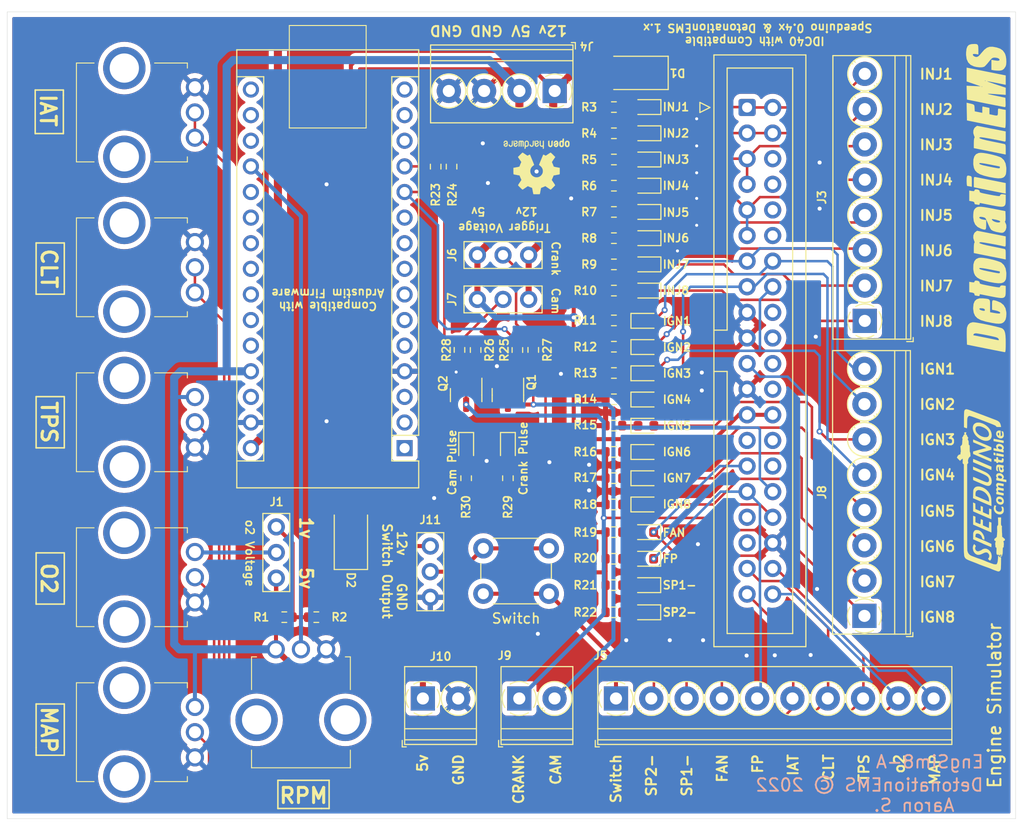
<source format=kicad_pcb>
(kicad_pcb (version 20211014) (generator pcbnew)
  (layers (0 "F.Cu" signal "Front") (31 "B.Cu" signal "Back") (34 "B.Paste" user) (35 "F.Paste" user) (36 "B.SilkS" user "B.Silkscreen") (37 "F.SilkS" user "F.Silkscreen") (38 "B.Mask" user) (39 "F.Mask" user) (44 "Edge.Cuts" user))
  (net 0 "")
  (net 1 "Net-(J1-Pad3)")
  (net 2 "o2-Voltage")
  (net 3 "+5V")
  (net 4 "INJ1")
  (net 5 "IGN2")
  (net 6 "CAM")
  (net 7 "TPS")
  (net 8 "IAT")
  (net 9 "IGN4")
  (net 10 "INJ4")
  (net 11 "INJ3")
  (net 12 "INJ2")
  (net 13 "IGN3")
  (net 14 "CRANK")
  (net 15 "o2")
  (net 16 "CLT")
  (net 17 "MAP")
  (net 18 "IGN1")
  (net 19 "MC-A0")
  (net 20 "GND")
  (net 21 "Net-(LED1-Pad2)")
  (net 22 "Net-(LED2-Pad2)")
  (net 23 "Net-(LED3-Pad2)")
  (net 24 "Net-(LED4-Pad2)")
  (net 25 "Net-(LED5-Pad2)")
  (net 26 "Net-(LED6-Pad2)")
  (net 27 "Net-(LED7-Pad2)")
  (net 28 "Net-(LED8-Pad2)")
  (net 29 "Net-(LED9-Pad1)")
  (net 30 "Net-(LED10-Pad1)")
  (net 33 "Net-(J7-Pad2)")
  (net 52 "MC-D0")
  (net 55 "FLEX")
  (net 56 "FAN")
  (net 57 "FP")
  (net 58 "TACH")
  (net 59 "CLUTCH")
  (net 60 "VVT")
  (net 61 "IDLE")
  (net 62 "IDLE2")
  (net 63 "BOOST")
  (net 64 "1B")
  (net 65 "1A")
  (net 66 "2A")
  (net 67 "2B")
  (net 68 "VR1-")
  (net 69 "VR2-")
  (net 70 "INJ8")
  (net 71 "INJ7")
  (net 72 "CAM-OUT")
  (net 73 "CRANK-OUT")
  (net 74 "SP1-")
  (net 75 "SP2-")
  (net 76 "Net-(Q1-Pad1)")
  (net 77 "Net-(Q2-Pad1)")
  (net 78 "INJ6")
  (net 79 "INJ5")
  (net 80 "IGN8")
  (net 81 "IGN7")
  (net 82 "IGN6")
  (net 83 "IGN5")
  (net 84 "Net-(LED11-Pad1)")
  (net 85 "+12V")
  (net 86 "Net-(J6-Pad2)")
  (net 87 "Net-(LED12-Pad1)")
  (net 88 "Net-(LED13-Pad1)")
  (net 89 "Net-(LED14-Pad1)")
  (net 90 "Net-(LED15-Pad1)")
  (net 91 "Net-(LED16-Pad1)")
  (net 92 "Net-(LED17-Pad2)")
  (net 93 "Net-(LED18-Pad2)")
  (net 94 "Net-(LED19-Pad2)")
  (net 95 "Net-(LED20-Pad2)")
  (net 96 "Net-(LED21-Pad2)")
  (net 97 "Net-(LED22-Pad2)")
  (net 98 "Net-(A1-Pad30)")
  (net 99 "SWITCH")
  (net 100 "SWITCH-Select")
  (net 101 "Net-(D2-Pad1)")
  (footprint "Resistor_SMD:R_0603_1608Metric" (layer "F.Cu") (at 112.395 125.857)
    (fp_text reference "R1")
    (fp_text value "470" hide)
  )
  (footprint "Resistor_SMD:R_0603_1608Metric" (layer "F.Cu") (at 115.57 125.857)
    (fp_text reference "R2")
    (fp_text value "100" hide)
  )
  (footprint "MyLibs:RV09AF4020KB10K" (layer "F.Cu") (at 103.5304 139.8016 90)
    (fp_text reference "POT1" hide)
    (fp_text value "IAT" hide)
  )
  (footprint "MyLibs:RV09AF4020KB10K" (layer "F.Cu") (at 103.5304 124.4346 90)
    (fp_text reference "POT2" hide)
    (fp_text value "CLT" hide)
  )
  (footprint "MyLibs:RV09AF4020KB10K" (layer "F.Cu") (at 103.5304 93.7006 90)
    (fp_text reference "POT3" hide)
    (fp_text value "TPS" hide)
  )
  (footprint "MyLibs:RV09AF4020KB10K" (layer "F.Cu") (at 103.5304 109.0676 90)
    (fp_text reference "POT4" hide)
    (fp_text value "MAP/SP1" hide)
  )
  (footprint "MyLibs:RV09AF4020KB10K" (layer "F.Cu") (at 103.5304 78.3444 90)
    (fp_text reference "POT5" hide)
    (fp_text value "o2" hide)
  )
  (footprint "MyLibs:RV09AF4020KB10K" (layer "F.Cu") (at 116.586 129.0424 180)
    (fp_text reference "POT6" hide)
    (fp_text value "RPM" hide)
  )
  (footprint "LED_SMD:LED_0603_1608Metric" (layer "F.Cu") (at 148.256667 75.27 180)
    (fp_text reference "LED1" hide)
    (fp_text value "INJ1")
  )
  (footprint "LED_SMD:LED_0603_1608Metric" (layer "F.Cu") (at 148.256667 77.870285 180)
    (fp_text reference "LED2" hide)
    (fp_text value "INJ2")
  )
  (footprint "LED_SMD:LED_0603_1608Metric" (layer "F.Cu") (at 148.256667 80.47057 180)
    (fp_text reference "LED3" hide)
    (fp_text value "INJ3")
  )
  (footprint "LED_SMD:LED_0603_1608Metric" (layer "F.Cu") (at 148.256667 83.070855 180)
    (fp_text reference "LED4" hide)
    (fp_text value "INJ4")
  )
  (footprint "LED_SMD:LED_0603_1608Metric" (layer "F.Cu") (at 148.256667 96.4692)
    (fp_text reference "LED9" hide)
    (fp_text value "IGN1")
  )
  (footprint "LED_SMD:LED_0603_1608Metric" (layer "F.Cu") (at 148.256667 99.070885)
    (fp_text reference "LED10" hide)
    (fp_text value "IGN2")
  )
  (footprint "LED_SMD:LED_0603_1608Metric" (layer "F.Cu") (at 148.256667 101.67257)
    (fp_text reference "LED11" hide)
    (fp_text value "IGN3")
  )
  (footprint "LED_SMD:LED_0603_1608Metric" (layer "F.Cu") (at 148.256667 104.274255)
    (fp_text reference "LED12" hide)
    (fp_text value "IGN4")
  )
  (footprint "LED_SMD:LED_0603_1608Metric" (layer "F.Cu") (at 148.2345 117.4242 180)
    (fp_text reference "LED17" hide)
    (fp_text value "FAN")
  )
  (footprint "LED_SMD:LED_0603_1608Metric" (layer "F.Cu") (at 148.2345 120.0658 180)
    (fp_text reference "LED18" hide)
    (fp_text value "FP")
  )
  (footprint "Resistor_SMD:R_0603_1608Metric" (layer "F.Cu") (at 145.081667 75.27)
    (fp_text reference "R3")
    (fp_text value "470" hide)
  )
  (footprint "Resistor_SMD:R_0603_1608Metric" (layer "F.Cu") (at 145.081667 77.870285)
    (fp_text reference "R4")
    (fp_text value "470" hide)
  )
  (footprint "Resistor_SMD:R_0603_1608Metric" (layer "F.Cu") (at 145.081667 80.47057)
    (fp_text reference "R5")
    (fp_text value "470" hide)
  )
  (footprint "Resistor_SMD:R_0603_1608Metric" (layer "F.Cu") (at 145.081667 83.070855)
    (fp_text reference "R6")
    (fp_text value "470" hide)
  )
  (footprint "Resistor_SMD:R_0603_1608Metric" (layer "F.Cu") (at 145.081667 96.4292)
    (fp_text reference "R11")
    (fp_text value "470" hide)
  )
  (footprint "Resistor_SMD:R_0603_1608Metric" (layer "F.Cu") (at 145.081667 99.0366)
    (fp_text reference "R12")
    (fp_text value "470" hide)
  )
  (footprint "Resistor_SMD:R_0603_1608Metric" (layer "F.Cu") (at 145.081667 101.644)
    (fp_text reference "R13")
    (fp_text value "470" hide)
  )
  (footprint "Resistor_SMD:R_0603_1608Metric" (layer "F.Cu") (at 145.081667 104.2514)
    (fp_text reference "R14")
    (fp_text value "470" hide)
  )
  (footprint "Resistor_SMD:R_0603_1608Metric" (layer "F.Cu") (at 145.081667 117.4242)
    (fp_text reference "R19")
    (fp_text value "470" hide)
  )
  (footprint "Resistor_SMD:R_0603_1608Metric" (layer "F.Cu") (at 145.081667 120.0658)
    (fp_text reference "R20")
    (fp_text value "470" hide)
  )
  (footprint "Module:Arduino_Nano" (layer "F.Cu") (at 124.323 109.093 180)
    (fp_text reference "A1" hide)
    (fp_text value "Arduino_Nano_v3.x" hide)
  )
  (footprint "Connector_Automotive:IDC-Header_2x20_P2.54mm_Vertical_Speeduino" (layer "F.Cu") (at 158.289667 75.311)
    (fp_text reference "J2" hide)
    (fp_text value "Conn_02x20_Counter_Clockwise" hide)
  )
  (footprint "Detonation:3-PinSwitch" (layer "F.Cu") (at 111.60125 121.983501 180)
    (fp_text reference "J1")
    (fp_text value "Conn_01x03" hide)
  )
  (footprint "Detonation-Logos:DetonationEMS-30mm" (layer "F.Cu") (at 182.000071 84.328 90)
    (fp_text reference "G1" hide)
    (fp_text value "Logo_Open_Hardware_Small" hide)
  )
  (footprint "Detonation-Logos:SpeeduinoCompatible-17mm" (layer "F.Cu") (at 181.483 113.284 90)
    (fp_text reference "G3" hide)
    (fp_text value "Logo_Open_Hardware_Small" hide)
  )
  (footprint "Symbol:OSHW-Logo2_7.3x6mm_SilkScreen" (layer "F.Cu") (at 137.414 81.153 180)
    (fp_text reference "G4" hide)
    (fp_text value "Logo_Open_Hardware_Small" hide)
  )
  (footprint "Resistor_SMD:R_0603_1608Metric" (layer "F.Cu") (at 145.081667 90.87171)
    (fp_text reference "R9")
    (fp_text value "470")
  )
  (footprint "Button_Switch_THT:SW_PUSH_6mm_H9.5mm" (layer "F.Cu") (at 138.632 123.535 180)
    (fp_text reference "SW1" hide)
    (fp_text value "Switch")
  )
  (footprint "LED_SMD:LED_0603_1608Metric" (layer "F.Cu") (at 148.2345 125.3744 180)
    (fp_text reference "LED19" hide)
    (fp_text value "SP2-")
  )
  (footprint "Resistor_SMD:R_0603_1608Metric" (layer "F.Cu") (at 145.081667 85.67114)
    (fp_text reference "R7")
    (fp_text value "470")
  )
  (footprint "TerminalBlock_Phoenix:TerminalBlock_Phoenix_PT-1,5-4-3.5-H_1x04_P3.50mm_Horizontal" (layer "F.Cu") (at 139.2096 73.6742 180)
    (fp_text reference "J4")
    (fp_text value "Conn_01x04" hide)
  )
  (footprint "Resistor_SMD:R_0603_1608Metric" (layer "F.Cu") (at 145.081667 112.0736)
    (fp_text reference "R17")
    (fp_text value "470")
  )
  (footprint "Resistor_SMD:R_0603_1608Metric" (layer "F.Cu") (at 145.081667 106.8588)
    (fp_text reference "R15")
    (fp_text value "470")
  )
  (footprint "LED_SMD:LED_0603_1608Metric" (layer "F.Cu") (at 148.256667 85.67114 180)
    (fp_text reference "LED5" hide)
    (fp_text value "INJ5")
  )
  (footprint "Resistor_SMD:R_0603_1608Metric" (layer "F.Cu") (at 137.0838 99.3526 -90)
    (fp_text reference "R27")
    (fp_text value "10k" hide)
  )
  (footprint "Detonation:3-PinSwitch" (layer "F.Cu") (at 136.6266 89.9443 -90)
    (fp_text reference "J6")
    (fp_text value "Crank Trigger Voltage" hide)
  )
  (footprint "LED_SMD:LED_0603_1608Metric" (layer "F.Cu") (at 148.2345 122.682 180)
    (fp_text reference "LED20" hide)
    (fp_text value "SP1-")
  )
  (footprint "Diode_SMD:D_SMA" (layer "F.Cu") (at 147.066 71.882 180)
    (fp_text reference "D1")
    (fp_text value "SS34")
  )
  (footprint "LED_SMD:LED_0603_1608Metric" (layer "F.Cu") (at 130.429 109.03 -90)
    (fp_text reference "LED22" hide)
    (fp_text value "Cam Pulse")
  )
  (footprint "Resistor_SMD:R_0603_1608Metric" (layer "F.Cu") (at 145.081667 109.4662)
    (fp_text reference "R16")
    (fp_text value "470")
  )
  (footprint "LED_SMD:LED_0603_1608Metric" (layer "F.Cu") (at 148.256667 106.87594)
    (fp_text reference "LED13" hide)
    (fp_text value "IGN5")
  )
  (footprint "LED_SMD:LED_0603_1608Metric" (layer "F.Cu") (at 148.256667 114.681)
    (fp_text reference "LED16" hide)
    (fp_text value locked "IGN8")
  )
  (footprint "TerminalBlock_Phoenix:TerminalBlock_Phoenix_PT-1,5-8-3.5-H_1x08_P3.50mm_Horizontal" (layer "F.Cu") (at 169.926 125.73 90)
    (fp_text reference "J8")
    (fp_text value "Conn_01x08")
  )
  (footprint "LED_SMD:LED_0603_1608Metric" (layer "F.Cu") (at 148.256667 88.271425 180)
    (fp_text reference "LED6" hide)
    (fp_text value "INJ6")
  )
  (footprint "Resistor_SMD:R_0603_1608Metric" (layer "F.Cu") (at 145.081667 88.271425)
    (fp_text reference "R8")
    (fp_text value "470")
  )
  (footprint "Resistor_SMD:R_0603_1608Metric" (layer "F.Cu") (at 145.081667 114.681)
    (fp_text reference locked "R18")
    (fp_text value "470")
  )
  (footprint "LED_SMD:LED_0603_1608Metric" (layer "F.Cu") (at 148.256667 90.87171 180)
    (fp_text reference "LED7" hide)
    (fp_text value "INJ7")
  )
  (footprint "LED_SMD:LED_0603_1608Metric" (layer "F.Cu") (at 148.256667 109.477625)
    (fp_text reference "LED14" hide)
    (fp_text value "IGN6")
  )
  (footprint "Resistor_SMD:R_0603_1608Metric" (layer "F.Cu") (at 135.509 99.36315 90)
    (fp_text reference "R25")
    (fp_text value "470" hide)
  )
  (footprint "Resistor_SMD:R_0603_1608Metric" (layer "F.Cu") (at 129.7686 99.3526 -90)
    (fp_text reference "R28")
    (fp_text value "10k" hide)
  )
  (footprint "Diode_SMD:D_SMA" (layer "F.Cu") (at 118.999 117.729 90)
    (fp_text reference "D2")
    (fp_text value "SS34")
  )
  (footprint "Resistor_SMD:R_0603_1608Metric" (layer "F.Cu") (at 145.081667 125.3744)
    (fp_text reference "R22")
    (fp_text value "470")
  )
  (footprint "Resistor_SMD:R_0603_1608Metric" (layer "F.Cu") (at 127.4064 81.1784 -90)
    (fp_text reference "R23")
    (fp_text value "10k" hide)
  )
  (footprint "Resistor_SMD:R_0603_1608Metric" (layer "F.Cu") (at 130.429 112.078 90)
    (fp_text reference "R30")
    (fp_text value "470")
  )
  (footprint "TerminalBlock_Phoenix:TerminalBlock_Phoenix_PT-1,5-8-3.5-H_1x08_P3.50mm_Horizontal" (layer "F.Cu") (at 169.959467 96.4764 90)
    (fp_text reference "J3")
    (fp_text value "Conn_01x08" hide)
  )
  (footprint "Resistor_SMD:R_0603_1608Metric" (layer "F.Cu") (at 134.5692 112.078 90)
    (fp_text reference "R29")
    (fp_text value "470")
  )
  (footprint "Detonation:3-PinSwitch" (layer "F.Cu") (at 136.6266 94.34485 -90)
    (fp_text reference "J7")
    (fp_text value "Cam Trigger Voltage" hide)
  )
  (footprint "LED_SMD:LED_0603_1608Metric" (layer "F.Cu") (at 148.256667 93.472 180)
    (fp_text reference "LED8" hide)
    (fp_text value "INJ8")
  )
  (footprint "TerminalBlock_Phoenix:TerminalBlock_Phoenix_PT-1,5-2-3.5-H_1x02_P3.50mm_Horizontal" (layer "F.Cu") (at 135.6972 133.92)
    (fp_text reference "J9")
    (fp_text value "Conn_01x04")
  )
  (footprint "Resistor_SMD:R_0603_1608Metric" (layer "F.Cu") (at 145.081667 93.472)
    (fp_text reference "R10")
    (fp_text value "470")
  )
  (footprint "LED_SMD:LED_0603_1608Metric" (layer "F.Cu") (at 148.256667 112.07931)
    (fp_text reference "LED15" hide)
    (fp_text value "IGN7")
  )
  (footprint "Resistor_SMD:R_0603_1608Metric" (layer "F.Cu") (at 145.081667 122.682)
    (fp_text reference "R21")
    (fp_text value "470")
  )
  (footprint "Package_TO_SOT_SMD:SOT-23" (layer "F.Cu") (at 130.429 103.83355 -90)
    (fp_text reference "Q2")
    (fp_text value "AO3400A" hide)
  )
  (footprint "Resistor_SMD:R_0603_1608Metric" (layer "F.Cu") (at 131.3688 99.36315 90)
    (fp_text reference "R26")
    (fp_text value "470" hide)
  )
  (footprint "Detonation:3-PinSwitch" (layer "F.Cu") (at 126.873 118.8085)
    (fp_text reference "J11")
    (fp_text value "Conn_01x03")
  )
  (footprint "Resistor_SMD:R_0603_1608Metric" (layer "F.Cu") (at 128.9812 81.1784 -90)
    (fp_text reference "R24")
    (fp_text value "10k" hide)
  )
  (footprint "TerminalBlock_Phoenix:TerminalBlock_Phoenix_PT-1,5-10-3.5-H_1x10_P3.50mm_Horizontal" (layer "F.Cu") (at 145.288 133.92)
    (fp_text reference "J5")
    (fp_text value "Conn_01x10")
  )
  (footprint "TerminalBlock_Phoenix:TerminalBlock_Phoenix_PT-1,5-2-3.5-H_1x02_P3.50mm_Horizontal" (layer "F.Cu") (at 126.139 133.92)
    (fp_text reference "J10")
    (fp_text value "Conn_01x04")
  )
  (footprint "Package_TO_SOT_SMD:SOT-23" (layer "F.Cu") (at 134.5692 103.83355 -90)
    (fp_text reference "Q1")
    (fp_text value "AO3400A" hide)
  )
  (footprint "LED_SMD:LED_0603_1608Metric" (layer "F.Cu") (at 134.5692 109.03 -90)
    (fp_text reference "LED21" hide)
    (fp_text value "Crank Pulse")
  )
  (gr_line (start 90.485233 73.5819) (end 90.485233 74.0899) (layer "F.SilkS") (width 0.1524))
  (gr_line (start 90.5764 134.9756) (end 90.5764 138.7856) (layer "F.SilkS") (width 0.1524))
  (gr_line (start 90.5764 139.5476) (end 87.7824 139.5476) (layer "F.SilkS") (width 0.1524))
  (gr_line (start 87.7824 134.4676) (end 90.5764 134.4676) (layer "F.SilkS") (width 0.1524))
  (gr_line (start 87.7824 138.7856) (end 87.7824 134.4676) (layer "F.SilkS") (width 0.1524))
  (gr_line (start 90.5764 134.4676) (end 90.5764 134.9756) (layer "F.SilkS") (width 0.1524))
  (gr_line (start 87.7824 139.5476) (end 87.7824 138.7856) (layer "F.SilkS") (width 0.1524))
  (gr_line (start 90.5764 139.5476) (end 90.5764 138.7856) (layer "F.SilkS") (width 0.1524))
  (gr_line (start 90.5764 89.2556) (end 90.5764 93.0656) (layer "F.SilkS") (width 0.1524))
  (gr_line (start 90.5764 88.7476) (end 90.5764 89.2556) (layer "F.SilkS") (width 0.1524))
  (gr_line (start 90.5764 93.8276) (end 90.5764 93.0656) (layer "F.SilkS") (width 0.1524))
  (gr_line (start 90.5764 93.8276) (end 87.7824 93.8276) (layer "F.SilkS") (width 0.1524))
  (gr_line (start 87.7824 93.8276) (end 87.7824 88.7476) (layer "F.SilkS") (width 0.1524))
  (gr_line (start 87.7824 88.7476) (end 90.5764 88.7476) (layer "F.SilkS") (width 0.1524))
  (gr_line (start 112.268 142.0368) (end 116.078 142.0368) (layer "F.SilkS") (width 0.1524))
  (gr_line (start 111.76 142.0368) (end 112.268 142.0368) (layer "F.SilkS") (width 0.1524))
  (gr_line (start 116.84 144.8308) (end 116.078 144.8308) (layer "F.SilkS") (width 0.1524))
  (gr_line (start 116.84 142.0368) (end 116.078 142.0368) (layer "F.SilkS") (width 0.1524))
  (gr_line (start 116.078 144.8308) (end 111.76 144.8308) (layer "F.SilkS") (width 0.1524))
  (gr_line (start 111.76 144.8308) (end 111.76 142.0368) (layer "F.SilkS") (width 0.1524))
  (gr_line (start 90.5764 104.4956) (end 90.5764 108.3056) (layer "F.SilkS") (width 0.1524))
  (gr_line (start 90.5764 124.5616) (end 87.7824 124.5616) (layer "F.SilkS") (width 0.1524))
  (gr_line (start 90.485233 74.0899) (end 90.485233 77.8999) (layer "F.SilkS") (width 0.1524))
  (gr_line (start 90.5764 119.4816) (end 90.5764 119.9896) (layer "F.SilkS") (width 0.1524))
  (gr_line (start 87.7824 124.5616) (end 87.7824 119.4816) (layer "F.SilkS") (width 0.1524))
  (gr_line (start 116.84 142.0368) (end 116.84 144.8308) (layer "F.SilkS") (width 0.1524))
  (gr_line (start 87.7824 119.4816) (end 90.5764 119.4816) (layer "F.SilkS") (width 0.1524))
  (gr_line (start 87.7824 103.9876) (end 90.5764 103.9876) (layer "F.SilkS") (width 0.1524))
  (gr_line (start 87.7824 109.0676) (end 87.7824 103.9876) (layer "F.SilkS") (width 0.1524))
  (gr_line (start 87.691233 77.8999) (end 87.691233 73.5819) (layer "F.SilkS") (width 0.1524))
  (gr_line (start 90.5764 109.0676) (end 90.5764 108.3056) (layer "F.SilkS") (width 0.1524))
  (gr_line (start 90.5764 109.0676) (end 87.7824 109.0676) (layer "F.SilkS") (width 0.1524))
  (gr_line (start 87.691233 73.5819) (end 90.485233 73.5819) (layer "F.SilkS") (width 0.1524))
  (gr_line (start 90.5764 124.5616) (end 90.5764 123.7996) (layer "F.SilkS") (width 0.1524))
  (gr_line (start 90.5764 119.9896) (end 90.5764 123.7996) (layer "F.SilkS") (width 0.1524))
  (gr_line (start 90.5764 103.9876) (end 90.5764 104.4956) (layer "F.SilkS") (width 0.1524))
  (gr_line (start 90.485233 77.8999) (end 87.691233 77.8999) (layer "F.SilkS") (width 0.1524))
  (gr_line (start 184.912 145.835) (end 184.912 65.835) (layer "Edge.Cuts") (width 0.0381))
  (gr_line (start 184.912 65.835) (end 84.9122 65.835) (layer "Edge.Cuts") (width 0.0381))
  (gr_line (start 84.9122 65.835) (end 84.9122 145.835) (layer "Edge.Cuts") (width 0.0381))
  (gr_line (start 84.9122 145.835) (end 184.912 145.835) (layer "Edge.Cuts") (width 0.0381))
  (gr_text "DetonationEMS © 2022 \n   Aaron S." (at 181.820381 143.51) (layer "B.SilkS") (effects (font (size 1.25 1.25) (thickness 0.18)) (justify left mirror)))
  (gr_text "EngSim8-A" (at 176.403 140.208) (layer "B.SilkS") (effects (font (size 1.25 1.25) (thickness 0.18)) (justify mirror)))
  (gr_text "IGN1" (at 177.165 101.255284) (layer "F.SilkS") (effects (font (size 1 1) (thickness 0.2))))
  (gr_text "INJ4" (at 177.045952 82.513713) (layer "F.SilkS") (effects (font (size 1 1) (thickness 0.2))))
  (gr_text "IGN4" (at 177.165 111.76) (layer "F.SilkS") (effects (font (size 1 1) (thickness 0.2))))
  (gr_text "CAM" (at 139.319 140.97 90) (layer "F.SilkS") (effects (font (size 1 1) (thickness 0.2))))
  (gr_text "o2" (at 173.397328 140.398572 90) (layer "F.SilkS") (effects (font (size 1 1) (thickness 0.2))))
  (gr_text "FP" (at 159.342664 140.398572 90) (layer "F.SilkS") (effects (font (size 1 1) (thickness 0.2))))
  (gr_text "GND GND " (at 130.048 67.691 180) (layer "F.SilkS") (effects (font (size 1 1.05) (thickness 0.2))))
  (gr_text "O2" (at 89.0524 122.0216 270) (layer "F.SilkS") (effects (font (size 1.5 1.5) (thickness 0.3))))
  (gr_text "RPM" (at 114.3 143.5608) (layer "F.SilkS") (effects (font (size 1.5 1.5) (thickness 0.3))))
  (gr_text "CLT" (at 166.369996 140.755715 90) (layer "F.SilkS") (effects (font (size 1 1) (thickness 0.2))))
  (gr_text "IAT" (at 162.85633 140.517619 90) (layer "F.SilkS") (effects (font (size 1 1) (thickness 0.2))))
  (gr_text "SP2-" (at 148.801666 141.541429 90) (layer "F.SilkS") (effects (font (size 1 1) (thickness 0.2))))
  (gr_text "INJ1" (at 177.045952 72.009) (layer "F.SilkS") (effects (font (size 1 1) (thickness 0.2))))
  (gr_text "IGN7" (at 177.165 122.355426) (layer "F.SilkS") (effects (font (size 1 1) (thickness 0.2))))
  (gr_text "12v     5v" (at 134.2136 85.6263 180) (layer "F.SilkS") (effects (font (size 0.8 0.8) (thickness 0.16))))
  (gr_text "IGN5" (at 177.165 115.352284) (layer "F.SilkS") (effects (font (size 1 1) (thickness 0.2))))
  (gr_text "TPS" (at 169.883662 140.827143 90) (layer "F.SilkS") (effects (font (size 1 1) (thickness 0.2))))
  (gr_text "INJ2" (at 177.045952 75.510571) (layer "F.SilkS") (effects (font (size 1 1) (thickness 0.2))))
  (gr_text "SP1-" (at 152.315332 141.541429 90) (layer "F.SilkS") (effects (font (size 1 1) (thickness 0.2))))
  (gr_text "12v 5V" (at 137.668 67.691 180) (layer "F.SilkS") (effects (font (size 1 1.05) (thickness 0.2))))
  (gr_text "Switch" (at 145.288 141.874762 90) (layer "F.SilkS") (effects (font (size 1 1) (thickness 0.2))))
  (gr_text "INJ5" (at 177.045952 86.015287) (layer "F.SilkS") (effects (font (size 1 1) (thickness 0.2))))
  (gr_text "TPS" (at 89.0524 106.5276 270) (layer "F.SilkS") (effects (font (size 1.5 1.5) (thickness 0.3))))
  (gr_text "IGN3" (at 177.165 108.258426) (layer "F.SilkS") (effects (font (size 1 1) (thickness 0.2))))
  (gr_text "IDC40 with Compatible\nSpeeduino 0.4x & DetonationEMS 1.x " (at 159.042167 68.072 180) (layer "F.SilkS") (effects (font (size 0.8 0.8) (thickness 0.16))))
  (gr_text "CRANK" (at 135.636 141.922381 90) (layer "F.SilkS") (effects (font (size 1 1) (thickness 0.2))))
  (gr_text "5v" (at 126.111 140.327143 90) (layer "F.SilkS") (effects (font (size 1 1) (thickness 0.2))))
  (gr_text "GND" (at 129.667 140.99381 90) (layer "F.SilkS") (effects (font (size 1 1) (thickness 0.2))))
  (gr_text "MAP" (at 176.911 140.97 90) (layer "F.SilkS") (effects (font (size 1 1) (thickness 0.2))))
  (gr_text "1v   5v" (at 114.554 119.507 270) (layer "F.SilkS") (effects (font (size 1.25 1.25) (thickness 0.25))))
  (gr_text "CLT" (at 89.0524 91.2876 270) (layer "F.SilkS") (effects (font (size 1.5 1.5) (thickness 0.3))))
  (gr_text "Trigger Voltage" (at 134.2136 87.249 180) (layer "F.SilkS") (effects (font (size 0.8 0.8) (thickness 0.16))))
  (gr_text "INJ8" (at 177.045952 96.52) (layer "F.SilkS") (effects (font (size 1 1) (thickness 0.2))))
  (gr_text "Engine Simulator" (at 182.830885 134.62 90) (layer "F.SilkS") (effects (font (size 1.27 1.27) (thickness 0.2))))
  (gr_text "o2 Voltage" (at 108.966 119.507 270) (layer "F.SilkS") (effects (font (size 0.8128 0.8128) (thickness 0.1524))))
  (gr_text "IGN2" (at 177.165 104.756855) (layer "F.SilkS") (effects (font (size 1 1) (thickness 0.2))))
  (gr_text "Compatible with\nArdustim Firmware" (at 116.713 94.361 180) (layer "F.SilkS") (effects (font (size 0.8 0.8) (thickness 0.16))))
  (gr_text "IAT" (at 88.961233 75.6139 270) (layer "F.SilkS") (effects (font (size 1.5 1.5) (thickness 0.3))))
  (gr_text "INJ3" (at 177.045952 79.012142) (layer "F.SilkS") (effects (font (size 1 1) (thickness 0.2))))
  (gr_text "IGN8" (at 177.165 125.857) (layer "F.SilkS") (effects (font (size 1 1) (thickness 0.2))))
  (gr_text "INJ6" (at 177.045952 89.516858) (layer "F.SilkS") (effects (font (size 1 1) (thickness 0.2))))
  (gr_text "12v    GND\nSwitch Output" (at 123.317 121.285 270) (layer "F.SilkS") (effects (font (size 0.9 0.9) (thickness 0.18))))
  (gr_text "MAP" (at 89.0524 137.0076 270) (layer "F.SilkS") (effects (font (size 1.5 1.5) (thickness 0.3))))
  (gr_text "INJ7" (at 177.045952 93.018429) (layer "F.SilkS") (effects (font (size 1 1) (thickness 0.2))))
  (gr_text "FAN" (at 155.828998 140.850953 90) (layer "F.SilkS") (effects (font (size 1 1) (thickness 0.2))))
  (gr_text "Crank  Cam" (at 139.319 92.202 270) (layer "F.SilkS") (effects (font (size 0.8 0.8) (thickness 0.16))))
  (gr_text "IGN6" (at 177.165 118.853855) (layer "F.SilkS") (effects (font (size 1 1) (thickness 0.2))))
  (segment (start 113.22 125.857) (end 114.745 125.857) (width 0.4) (layer "F.Cu") (net 1))
  (segment (start 113.22 118.522251) (end 111.60125 116.903501) (width 0.4) (layer "F.Cu") (net 1))
  (segment (start 113.22 125.857) (end 113.22 118.522251) (width 0.4) (layer "F.Cu") (net 1))
  (segment (start 111.60125 119.443501) (end 103.579301 119.443501) (width 0.4) (layer "B.Cu") (net 2))
  (segment (start 103.579301 119.443501) (end 103.5304 119.3946) (width 0.4) (layer "B.Cu") (net 2))
  (segment (start 131.445 121.412) (end 129.667 123.19) (width 0.4) (layer "F.Cu") (net 3))
  (segment (start 144.256667 120.0658) (end 144.256667 117.4242) (width 0.4) (layer "F.Cu") (net 3))
  (segment (start 135.7096 73.6742) (end 135.7096 80.3174) (width 0.8) (layer "F.Cu") (net 3))
  (segment (start 111.57 123.254) (end 111.60125 123.22275) (width 0.4) (layer "F.Cu") (net 3))
  (segment (start 144.256667 83.058) (end 144.256667 85.67114) (width 0.4) (layer "F.Cu") (net 3))
  (segment (start 135.6736 80.3534) (end 135.7096 80.3174) (width 0.25) (layer "F.Cu") (net 3))
  (segment (start 126.139 131.6) (end 125.603 131.064) (width 0.6) (layer "F.Cu") (net 3))
  (segment (start 125.349 130.81) (end 113.3136 130.81) (width 0.6) (layer "F.Cu") (net 3))
  (segment (start 141.097 112.903) (end 141.097 96.139) (width 0.4) (layer "F.Cu") (net 3))
  (segment (start 157.48 105.791) (end 155.067 108.204) (width 0.4) (layer "F.Cu") (net 3))
  (segment (start 141.097 117.094) (end 141.097 112.903) (width 0.4) (layer "F.Cu") (net 3))
  (segment (start 131.5466 89.9443) (end 131.5466 94.34485) (width 0.6) (layer "F.Cu") (net 3))
  (segment (start 134.5692 112.903) (end 141.097 112.903) (width 0.4) (layer "F.Cu") (net 3))
  (segment (start 125.603 131.064) (end 125.349 130.81) (width 0.6) (layer "F.Cu") (net 3))
  (segment (start 144.256667 75.27) (end 144.256667 77.866) (width 0.4) (layer "F.Cu") (net 3))
  (segment (start 144.256667 77.866) (end 144.256667 80.462) (width 0.4) (layer "F.Cu") (net 3))
  (segment (start 130.429 112.903) (end 134.5692 112.903) (width 0.4) (layer "F.Cu") (net 3))
  (segment (start 144.256667 83.058) (end 144.256667 80.462) (width 0.4) (layer "F.Cu") (net 3))
  (segment (start 158.289667 105.791) (end 157.48 105.791) (width 0.4) (layer "F.Cu") (net 3))
  (segment (start 141.478 93.472) (end 144.256667 93.472) (width 0.4) (layer "F.Cu") (net 3))
  (segment (start 144.256667 121.300333) (end 144.256667 120.0658) (width 0.4) (layer "F.Cu") (net 3))
  (segment (start 126.139 131.5085) (end 126.139 131.6) (width 0.4) (layer "F.Cu") (net 3))
  (segment (start 129.667 123.19) (end 129.667 127.9805) (width 0.4) (layer "F.Cu") (net 3))
  (segment (start 144.145 121.412) (end 131.445 121.412) (width 0.4) (layer "F.Cu") (net 3))
  (segment (start 128.9812 80.3534) (end 135.6736 80.3534) (width 0.25) (layer "F.Cu") (net 3))
  (segment (start 111.57 122.014751) (end 111.60125 121.983501) (width 0.4) (layer "F.Cu") (net 3))
  (segment (start 144.256667 90.87171) (end 144.256667 93.472) (width 0.4) (layer "F.Cu") (net 3))
  (segment (start 144.256667 88.271425) (end 144.256667 90.87171) (width 0.4) (layer "F.Cu") (net 3))
  (segment (start 111.60125 123.22275) (end 111.60125 121.983501) (width 0.4) (layer "F.Cu") (net 3))
  (segment (start 111.57 123.254) (end 111.57 122.649751) (width 0.4) (layer "F.Cu") (net 3))
  (segment (start 158.289667 105.791) (end 160.829667 105.791) (width 0.4) (layer "F.Cu") (net 3))
  (segment (start 135.7096 80.3174) (end 135.7096 85.7813) (width 0.8) (layer "F.Cu") (net 3))
  (segment (start 144.256667 122.682) (end 144.256667 121.300333) (width 0.4) (layer "F.Cu") (net 3))
  (segment (start 144.256667 125.3744) (end 144.256667 122.682) (width 0.4) (layer "F.Cu") (net 3))
  (segment (start 144.256667 85.67114) (end 144.256667 88.271425) (width 0.4) (layer "F.Cu") (net 3))
  (segment (start 141.097 96.139) (end 141.097 93.853) (width 0.4) (layer "F.Cu") (net 3))
  (segment (start 155.067 108.204) (end 141.224 108.204) (width 0.4) (layer "F.Cu") (net 3))
  (segment (start 127.4064 80.3534) (end 128.9812 80.3534) (width 0.25) (layer "F.Cu") (net 3))
  (segment (start 135.7096 85.7813) (end 131.5466 89.9443) (width 0.8) (layer "F.Cu") (net 3))
  (segment (start 111.57 125.857) (end 111.57 123.254) (width 0.4) (layer "F.Cu") (net 3))
  (segment (start 141.4272 117.4242) (end 141.097 117.094) (width 0.4) (layer "F.Cu") (net 3))
  (segment (start 141.097 93.853) (end 141.478 93.472) (width 0.4) (layer "F.Cu") (net 3))
  (segment (start 144.256667 117.4242) (end 141.4272 117.4242) (width 0.4) (layer "F.Cu") (net 3))
  (segment (start 144.2466 125.3744) (end 144.256667 125.3744) (width 0.6) (layer "F.Cu") (net 3))
  (segment (start 113.3136 130.81) (end 111.546 129.0424) (width 0.6) (layer "F.Cu") (net 3))
  (segment (start 129.667 127.9805) (end 126.139 131.5085) (width 0.4) (layer "F.Cu") (net 3))
  (segment (start 144.256667 121.300333) (end 144.145 121.412) (width 0.4) (layer "F.Cu") (net 3))
  (segment (start 111.57 129.0184) (end 111.546 129.0424) (width 0.4) (layer "F.Cu") (net 3))
  (segment (start 126.139 133.92) (end 126.139 131.6) (width 0.6) (layer "F.Cu") (net 3))
  (segment (start 111.57 125.857) (end 111.57 129.0184) (width 0.4) (layer "F.Cu") (net 3))
  (via (at 141.097 96.139) (size 0.9) (drill 0.4) (layers "F.Cu" "B.Cu") (net 3))
  (segment (start 101.473 102.108) (end 101.473 104.013) (width 0.8) (layer "B.Cu") (net 3))
  (segment (start 106.68 71.247) (end 106.68 101.473) (width 0.8) (layer "B.Cu") (net 3))
  (segment (start 101.9914 129.0424) (end 111.546 129.0424) (width 0.8) (layer "B.Cu") (net 3))
  (segment (start 131.5466 94.34485) (end 133.34075 96.139) (width 0.6) (layer "B.Cu") (net 3))
  (segment (start 103.5304 104.0276) (end 101.4876 104.0276) (width 0.4) (layer "B.Cu") (net 3))
  (segment (start 132.715 70.612) (end 107.315 70.612) (width 0.8) (layer "B.Cu") (net 3))
  (segment (start 103.5304 129.0424) (end 103.5304 134.7216) (width 0.4) (layer "B.Cu") (net 3))
  (segment (start 101.4876 104.0276) (end 101.473 104.013) (width 0.4) (layer "B.Cu") (net 3))
  (segment (start 135.7096 73.6742) (end 135.7096 73.6066) (width 0.8) (layer "B.Cu") (net 3))
  (segment (start 101.473 104.013) (end 101.473 128.524) (width 0.8) (layer "B.Cu") (net 3))
  (segment (start 101.473 128.524) (end 101.9914 129.0424) (width 0.8) (layer "B.Cu") (net 3))
  (segment (start 106.68 101.473) (end 102.108 101.473) (width 0.8) (layer "B.Cu") (net 3))
  (segment (start 135.7096 73.6066) (end 132.715 70.612) (width 0.8) (layer "B.Cu") (net 3))
  (segment (start 133.34075 96.139) (end 141.097 96.139) (width 0.6) (layer "B.Cu") (net 3))
  (segment (start 106.68 101.473) (end 109.083 101.473) (width 0.8) (layer "B.Cu") (net 3))
  (segment (start 107.315 70.612) (end 106.68 71.247) (width 0.8) (layer "B.Cu") (net 3))
  (segment (start 102.108 101.473) (end 101.473 102.108) (width 0.8) (layer "B.Cu") (net 3))
  (segment (start 166.624867 75.311) (end 169.959467 71.9764) (width 0.25) (layer "F.Cu") (net 4))
  (segment (start 160.829667 75.311) (end 158.289667 75.311) (width 0.25) (layer "F.Cu") (net 4))
  (segment (start 149.044167 75.27) (end 158.248667 75.27) (width 0.25) (layer "F.Cu") (net 4))
  (segment (start 160.829667 75.311) (end 166.624867 75.311) (width 0.25) (layer "F.Cu") (net 4))
  (segment (start 150.3172 97.797852) (end 149.044167 99.070885) (width 0.25) (layer "F.Cu") (net 5))
  (segment (start 150.3172 97.79) (end 150.3172 97.797852) (width 0.25) (layer "F.Cu") (net 5))
  (via (at 150.3172 97.79) (size 0.6) (drill 0.3) (layers "F.Cu" "B.Cu") (net 5))
  (segment (start 166.759 91.067) (end 166.759 101.563) (width 0.25) (layer "B.Cu") (net 5))
  (segment (start 159.534267 91.8464) (end 160.829667 90.551) (width 0.25) (layer "B.Cu") (net 5))
  (segment (start 166.759 101.563) (end 169.926 104.73) (width 0.25) (layer "B.Cu") (net 5))
  (segment (start 150.3172 97.79) (end 150.9776 97.1296) (width 0.25) (layer "B.Cu") (net 5))
  (segment (start 166.243 90.551) (end 166.759 91.067) (width 0.25) (layer "B.Cu") (net 5))
  (segment (start 150.9776 93.1672) (end 152.2984 91.8464) (width 0.25) (layer "B.Cu") (net 5))
  (segment (start 160.829667 90.551) (end 166.243 90.551) (width 0.25) (layer "B.Cu") (net 5))
  (segment (start 150.9776 97.1296) (end 150.9776 93.1672) (width 0.25) (layer "B.Cu") (net 5))
  (segment (start 152.2984 91.8464) (end 159.534267 91.8464) (width 0.25) (layer "B.Cu") (net 5))
  (segment (start 128.1308 81.153) (end 128.9812 82.0034) (width 0.25) (layer "F.Cu") (net 6))
  (segment (start 131.3688 98.53815) (end 130.54215 99.3648) (width 0.25) (layer "F.Cu") (net 6))
  (segment (start 128.27 98.933) (end 128.27 82.7146) (width 0.25) (layer "F.Cu") (net 6))
  (segment (start 128.27 82.7146) (end 128.9812 82.0034) (width 0.25) (layer "F.Cu") (net 6))
  (segment (start 130.54215 99.3648) (end 128.3208 99.3648) (width 0.25) (layer "F.Cu") (net 6))
  (segment (start 128.27 98.933) (end 128.27 99.314) (width 0.25) (layer "F.Cu") (net 6))
  (segment (start 130.3405 108.331) (end 130.429 108.2425) (width 0.25) (layer "F.Cu") (net 6))
  (segment (start 128.524 108.331) (end 130.3405 108.331) (width 0.25) (layer "F.Cu") (net 6))
  (segment (start 128.1308 81.153) (end 124.323 81.153) (width 0.25) (layer "F.Cu") (net 6))
  (segment (start 128.27 108.077) (end 128.524 108.331) (width 0.25) (layer "F.Cu") (net 6))
  (segment (start 128.3208 99.3648) (end 128.27 99.314) (width 0.25) (layer "F.Cu") (net 6))
  (segment (start 128.27 99.314) (end 128.27 108.077) (width 0.25) (layer "F.Cu") (net 6))
  (segment (start 169.8244 133.92) (end 160.1234 143.621) (width 0.25) (layer "F.Cu") (net 7))
  (segment (start 107.027787 143.621) (end 105.934 142.527213) (width 0.25) (layer "F.Cu") (net 7))
  (segment (start 105.934 108.9312) (end 103.5304 106.5276) (width 0.25) (layer "F.Cu") (net 7))
  (segment (start 161.163 121.031) (end 169.8244 129.6924) (width 0.25) (layer "F.Cu") (net 7))
  (segment (start 105.934 142.527213) (end 105.934 108.9312) (width 0.25) (layer "F.Cu") (net 7))
  (segment (start 160.1234 143.621) (end 107.027787 143.621) (width 0.25) (layer "F.Cu") (net 7))
  (segment (start 169.8244 129.6924) (end 169.8244 133.92) (width 0.25) (layer "F.Cu") (net 7))
  (segment (start 103.5304 75.8044) (end 103.5304 78.3044) (width 0.25) (layer "F.Cu") (net 8))
  (segment (start 106.934 142.113) (end 106.934 81.28) (width 0.25) (layer "F.Cu") (net 8))
  (segment (start 162.8244 134.8636) (end 155.067 142.621) (width 0.25) (layer "F.Cu") (net 8))
  (segment (start 107.442 142.621) (end 106.934 142.113) (width 0.25) (layer "F.Cu") (net 8))
  (segment (start 155.067 142.621) (end 107.442 142.621) (width 0.25) (layer "F.Cu") (net 8))
  (segment (start 162.8648 128.146133) (end 162.8648 133.8796) (width 0.25) (layer "F.Cu") (net 8))
  (segment (start 158.289667 123.571) (end 162.8648 128.146133) (width 0.25) (layer "F.Cu") (net 8))
  (segment (start 106.934 81.28) (end 103.9584 78.3044) (width 0.25) (layer "F.Cu") (net 8))
  (segment (start 151.9428 97.536) (end 151.9428 101.375622) (width 0.25) (layer "F.Cu") (net 9))
  (segment (start 151.9428 101.375622) (end 149.044167 104.274255) (width 0.25) (layer "F.Cu") (net 9))
  (via (at 151.9428 97.536) (size 0.6) (drill 0.3) (layers "F.Cu" "B.Cu") (net 9))
  (segment (start 152.6794 93.091) (end 151.9428 93.8276) (width 0.25) (layer "B.Cu") (net 9))
  (segment (start 151.9428 93.8276) (end 151.9428 97.536) (width 0.25) (layer "B.Cu") (net 9))
  (segment (start 165.862 91.821) (end 166.259 92.218) (width 0.25) (layer "B.Cu") (net 9))
  (segment (start 160.266774 91.821) (end 165.862 91.821) (width 0.25) (layer "B.Cu") (net 9))
  (segment (start 158.996774 93.091) (end 160.266774 91.821) (width 0.25) (layer "B.Cu") (net 9))
  (segment (start 166.259 108.205) (end 169.784 111.73) (width 0.25) (layer "B.Cu") (net 9))
  (segment (start 166.259 92.218) (end 166.259 108.205) (width 0.25) (layer "B.Cu") (net 9))
  (segment (start 158.289667 93.091) (end 152.6794 93.091) (width 0.25) (layer "B.Cu") (net 9))
  (segment (start 158.289667 85.471) (end 159.559667 84.201) (width 0.25) (layer "F.Cu") (net 10))
  (segment (start 149.044167 83.058) (end 155.876667 83.058) (width 0.25) (layer "F.Cu") (net 10))
  (segment (start 163.722667 82.4764) (end 161.998067 84.201) (width 0.25) (layer "F.Cu") (net 10))
  (segment (start 161.998067 84.201) (end 159.559667 84.201) (width 0.25) (layer "F.Cu") (net 10))
  (segment (start 169.959467 82.4764) (end 163.722667 82.4764) (width 0.25) (layer "F.Cu") (net 10))
  (segment (start 155.876667 83.058) (end 158.289667 85.471) (width 0.25) (layer "F.Cu") (net 10))
  (segment (start 158.289667 85.471) (end 158.289667 88.011) (width 0.25) (layer "B.Cu") (net 10))
  (segment (start 149.044167 80.462) (end 149.115167 80.391) (width 0.25) (layer "F.Cu") (net 11))
  (segment (start 158.289667 80.391) (end 158.289667 82.931) (width 0.25) (layer "F.Cu") (net 11))
  (segment (start 169.789467 79.1464) (end 159.534267 79.1464) (width 0.25) (layer "F.Cu") (net 11))
  (segment (start 159.534267 79.1464) (end 158.289667 80.391) (width 0.25) (layer "F.Cu") (net 11))
  (segment (start 149.115167 80.391) (end 158.289667 80.391) (width 0.25) (layer "F.Cu") (net 11))
  (segment (start 149.059167 77.851) (end 158.289667 77.851) (width 0.25) (layer "F.Cu") (net 12))
  (segment (start 167.584867 77.851) (end 160.829667 77.851) (width 0.25) (layer "F.Cu") (net 12))
  (segment (start 169.959467 75.4764) (end 167.584867 77.851) (width 0.25) (layer "F.Cu") (net 12))
  (segment (start 149.044167 77.866) (end 149.059167 77.851) (width 0.25) (layer "F.Cu") (net 12))
  (segment (start 160.829667 77.851) (end 158.289667 77.851) (width 0.25) (layer "F.Cu") (net 12))
  (segment (start 150.368 100.33) (end 149.044167 101.653833) (width 0.25) (layer "F.Cu") (net 13))
  (segment (start 165.481 107.442) (end 166.269 108.23) (width 0.25) (layer "F.Cu") (net 13))
  (segment (start 166.269 108.23) (end 169.926 108.23) (width 0.25) (layer "F.Cu") (net 13))
  (via (at 150.368 100.33) (size 0.6) (drill 0.3) (layers "F.Cu" "B.Cu") (net 13))
  (via (at 165.481 107.442) (size 0.6) (drill 0.3) (layers "F.Cu" "B.Cu") (net 13))
  (segment (start 151.4348 100.33) (end 150.368 100.33) (width 0.25) (layer "B.Cu") (net 13))
  (segment (start 164.973 99.441) (end 159.639 99.441) (width 0.25) (layer "B.Cu") (net 13))
  (segment (start 160.829667 93.091) (end 159.5628 94.357867) (width 0.25) (layer "B.Cu") (net 13))
  (segment (start 159.512 99.441) (end 159.639 99.441) (width 0.25) (layer "B.Cu") (net 13))
  (segment (start 159.5628 99.3902) (end 159.512 99.441) (width 0.25) (layer "B.Cu") (net 13))
  (segment (start 159.639 99.441) (end 152.3238 99.441) (width 0.25) (layer "B.Cu") (net 13))
  (segment (start 152.3238 99.441) (end 151.4348 100.33) (width 0.25) (layer "B.Cu") (net 13))
  (segment (start 165.481 99.949) (end 164.973 99.441) (width 0.25) (layer "B.Cu") (net 13))
  (segment (start 159.5628 94.357867) (end 159.5628 99.3902) (width 0.25) (layer "B.Cu") (net 13))
  (segment (start 165.481 107.442) (end 165.481 99.949) (width 0.25) (layer "B.Cu") (net 13))
  (segment (start 136.33565 99.3648) (end 138.0998 99.3648) (width 0.25) (layer "F.Cu") (net 14))
  (segment (start 138.0998 99.3648) (end 138.303 99.568) (width 0.25) (layer "F.Cu") (net 14))
  (segment (start 138.303 107.95) (end 138.0105 108.2425) (width 0.25) (layer "F.Cu") (net 14))
  (segment (start 138.303 99.568) (end 138.303 107.95) (width 0.25) (layer "F.Cu") (net 14))
  (segment (start 127.4064 82.0034) (end 125.7168 83.693) (width 0.25) (layer "F.Cu") (net 14))
  (segment (start 138.0105 108.2425) (end 134.5692 108.2425) (width 0.25) (layer "F.Cu") (net 14))
  (segment (start 125.7168 83.693) (end 124.323 83.693) (width 0.25) (layer "F.Cu") (net 14))
  (segment (start 135.509 98.53815) (end 136.33565 99.3648) (width 0.25) (layer "F.Cu") (net 14))
  (segment (start 135.49515 98.53815) (end 135.509 98.53815) (width 0.25) (layer "F.Cu") (net 14))
  (segment (start 134.239 97.282) (end 135.49515 98.53815) (width 0.25) (layer "F.Cu") (net 14))
  (via (at 134.239 97.282) (size 0.6) (drill 0.3) (layers "F.Cu" "B.Cu") (net 14))
  (segment (start 128.524 97.282) (end 127.635 96.393) (width 0.25) (layer "B.Cu") (net 14))
  (segment (start 127.635 96.393) (end 127.635 86.995) (width 0.25) (layer "B.Cu") (net 14))
  (segment (start 134.239 97.282) (end 128.524 97.282) (width 0.25) (layer "B.Cu") (net 14))
  (segment (start 124.333 83.693) (end 124.323 83.693) (width 0.25) (layer "B.Cu") (net 14))
  (segment (start 127.635 86.995) (end 124.333 83.693) (width 0.25) (layer "B.Cu") (net 14))
  (segment (start 106.820681 144.121) (end 105.434 142.734319) (width 0.25) (layer "F.Cu") (net 15))
  (segment (start 173.3244 133.92) (end 163.1234 144.121) (width 0.25) (layer "F.Cu") (net 15))
  (segment (start 105.434 142.734319) (end 105.434 123.7982) (width 0.25) (layer "F.Cu") (net 15))
  (segment (start 163.1234 144.121) (end 106.820681 144.121) (width 0.25) (layer "F.Cu") (net 15))
  (segment (start 105.434 123.7982) (end 103.5304 121.8946) (width 0.25) (layer "F.Cu") (net 15))
  (segment (start 162.9918 123.571) (end 173.3244 133.9036) (width 0.25) (layer "B.Cu") (net 15))
  (segment (start 160.829667 123.571) (end 162.9918 123.571) (width 0.25) (layer "B.Cu") (net 15))
  (segment (start 103.5304 93.6606) (end 103.5304 91.1606) (width 0.25) (layer "F.Cu") (net 16))
  (segment (start 107.234894 143.121) (end 157.1234 143.121) (width 0.25) (layer "F.Cu") (net 16))
  (segment (start 106.434 142.320106) (end 107.234894 143.121) (width 0.25) (layer "F.Cu") (net 16))
  (segment (start 166.3244 133.92) (end 166.3244 126.899506) (width 0.25) (layer "F.Cu") (net 16))
  (segment (start 161.700494 122.2756) (end 159.534267 122.2756) (width 0.25) (layer "F.Cu") (net 16))
  (segment (start 166.3244 126.899506) (end 161.700494 122.2756) (width 0.25) (layer "F.Cu") (net 16))
  (segment (start 106.434 96.5642) (end 106.434 142.320106) (width 0.25) (layer "F.Cu") (net 16))
  (segment (start 157.1234 143.121) (end 166.3244 133.92) (width 0.25) (layer "F.Cu") (net 16))
  (segment (start 103.5304 93.6606) (end 106.434 96.5642) (width 0.25) (layer "F.Cu") (net 16))
  (segment (start 159.534267 122.2756) (end 158.289667 121.031) (width 0.25) (layer "F.Cu") (net 16))
  (segment (start 106.613575 144.621) (end 166.1234 144.621) (width 0.25) (layer "F.Cu") (net 17))
  (segment (start 104.934 138.6652) (end 104.934 142.941425) (width 0.25) (layer "F.Cu") (net 17))
  (segment (start 166.1234 144.621) (end 176.8244 133.92) (width 0.25) (layer "F.Cu") (net 17))
  (segment (start 103.5304 137.2616) (end 104.934 138.6652) (width 0.25) (layer "F.Cu") (net 17))
  (segment (start 104.934 142.941425) (end 106.613575 144.621) (width 0.25) (layer "F.Cu") (net 17))
  (segment (start 164.1856 124.0536) (end 171.2976 131.1656) (width 0.25) (layer "B.Cu") (net 17))
  (segment (start 171.2976 131.1656) (end 174.07 131.1656) (width 0.25) (layer "B.Cu") (net 17))
  (segment (start 162.306 102.0064) (end 164.1856 103.886) (width 0.25) (layer "B.Cu") (net 17))
  (segment (start 158.289667 100.711) (end 159.585067 102.0064) (width 0.25) (layer "B.Cu") (net 17))
  (segment (start 164.1856 103.886) (end 164.1856 124.0536) (width 0.25) (layer "B.Cu") (net 17))
  (segment (start 159.585067 102.0064) (end 162.306 102.0064) (width 0.25) (layer "B.Cu") (net 17))
  (segment (start 174.07 131.1656) (end 176.8244 133.92) (width 0.25) (layer "B.Cu") (net 17))
  (segment (start 150.114 95.4024) (end 149.0472 96.4692) (width 0.25) (layer "F.Cu") (net 18))
  (via (at 150.114 95.4024) (size 0.6) (drill 0.3) (layers "F.Cu" "B.Cu") (net 18))
  (segment (start 150.1648 92.964) (end 152.5778 90.551) (width 0.25) (layer "B.Cu") (net 18))
  (segment (start 167.259 99.568) (end 168.921 101.23) (width 0.25) (layer "B.Cu") (net 18))
  (segment (start 167.259 89.916) (end 167.259 99.568) (width 0.25) (layer "B.Cu") (net 18))
  (segment (start 152.5778 90.551) (end 158.289667 90.551) (width 0.25) (layer "B.Cu") (net 18))
  (segment (start 166.624 89.281) (end 167.259 89.916) (width 0.25) (layer "B.Cu") (net 18))
  (segment (start 150.114 95.4024) (end 150.1648 95.3516) (width 0.25) (layer "B.Cu") (net 18))
  (segment (start 150.1648 95.3516) (end 150.1648 92.964) (width 0.25) (layer "B.Cu") (net 18))
  (segment (start 158.289667 90.551) (end 159.559667 89.281) (width 0.25) (layer "B.Cu") (net 18))
  (segment (start 159.559667 89.281) (end 166.624 89.281) (width 0.25) (layer "B.Cu") (net 18))
  (segment (start 114.046 129.0424) (end 114.046 86.116) (width 0.4) (layer "B.Cu") (net 19))
  (segment (start 114.046 86.116) (end 109.083 81.153) (width 0.4) (layer "B.Cu") (net 19))
  (segment (start 156.718 117.221) (end 159.559667 117.221) (width 0.25) (layer "F.Cu") (net 20))
  (segment (start 160.829667 118.491) (end 159.559667 119.761) (width 0.25) (layer "F.Cu") (net 20))
  (segment (start 156.718 119.761) (end 159.559667 119.761) (width 0.25) (layer "F.Cu") (net 20))
  (segment (start 160.829667 118.491) (end 159.559667 117.221) (width 0.25) (layer "F.Cu") (net 20))
  (via (at 129.4384 101.5492) (size 0.6) (drill 0.3) (layers "F.Cu" "B.Cu") (net 20))
  (via (at 153.416 118.618) (size 0.9) (drill 0.4) (layers "F.Cu" "B.Cu") (net 20))
  (via (at 153.797 103.378) (size 0.9) (drill 0.4) (layers "F.Cu" "B.Cu") (net 20))
  (via (at 137.541 127.508) (size 0.9) (drill 0.4) (layers "F.Cu" "B.Cu") (net 20))
  (via (at 153.797 101.6) (size 0.9) (drill 0.4) (layers "F.Cu" "B.Cu") (net 20))
  (via (at 153.924 128.143) (size 0.9) (drill 0.4) (layers "F.Cu" "B.Cu") (net 20))
  (via (at 132.08 78.867) (size 0.9) (drill 0.4) (layers "F.Cu" "B.Cu") (net 20))
  (via (at 127.254 114.046) (size 0.9) (drill 0.4) (layers "F.Cu" "B.Cu") (net 20))
  (via (at 140.843 84.328) (size 0.9) (drill 0.4) (layers "F.Cu" "B.Cu") (net 20))
  (via (at 153.289 79.121) (size 0.6) (drill 0.3) (layers "F.Cu" "B.Cu") (net 20))
  (via (at 165.227 123.063) (size 0.9) (drill 0.4) (layers "F.Cu" "B.Cu") (net 20))
  (via (at 137.414 81.661) (size 0.9) (drill 0.4) (layers "F.Cu" "B.Cu") (net 20))
  (via (at 150.622 128.143) (size 0.9) (drill 0.4) (layers "F.Cu" "B.Cu") (net 20))
  (via (at 165.481 80.772) (size 0.9) (drill 0.4) (layers "F.Cu" "B.Cu") (net 20))
  (via (at 142.621 110.744) (size 0.9) (drill 0.4) (layers "F.Cu" "B.Cu") (net 20))
  (via (at 153.289 81.788) (size 0.6) (drill 0.3) (layers "F.Cu" "B.Cu") (net 20))
  (via (at 132.588 82.804) (size 0.9) (drill 0.4) (layers "F.Cu" "B.Cu") (net 20))
  (via (at 151.384 89.535) (size 0.6) (drill 0.3) (layers "F.Cu" "B.Cu") (net 20))
  (via (at 165.1 98.044) (size 0.9) (drill 0.4) (layers "F.Cu" "B.Cu") (net 20))
  (via (at 153.289 84.328) (size 0.6) (drill 0.3) (layers "F.Cu" "B.Cu") (net 20))
  (via (at 133.477 100.965) (size 0.9) (drill 0.4) (layers "F.Cu" "B.Cu") (net 20))
  (via (at 116.586 82.931) (size 0.9) (drill 0.4) (layers "F.Cu" "B.Cu") (net 20))
  (via (at 164.592 129.608852) (size 0.9) (drill 0.4) (layers "F.Cu" "B.Cu") (net 20))
  (via (at 165.481 85.344) (size 0.9) (drill 0.4) (layers "F.Cu" "B.Cu") (net 20))
  (via (at 142.621 113.284) (size 0.9) (drill 0.4) (layers "F.Cu" "B.Cu") (net 20))
  (via (at 153.289 76.432333) (size 0.6) (drill 0.3) (layers "F.Cu" "B.Cu") (net 20))
  (via (at 132.461 110.363) (size 0.9) (drill 0.4) (layers "F.Cu" "B.Cu") (net 20))
  (via (at 153.289 86.995) (size 0.6) (drill 0.3) (layers "F.Cu" "B.Cu") (net 20))
  (via (at 158.242 129.667) (size 0.9) (drill 0.4) (layers "F.Cu" "B.Cu") (net 20))
  (via (at 138.684 110.49) (size 0.9) (drill 0.4) (layers "F.Cu" "B.Cu") (net 20))
  (via (at 161.036 129.637926) (size 0.9) (drill 0.4) (layers "F.Cu" "B.Cu") (net 20))
  (via (at 146.304 128.143) (size 0.9) (drill 0.4) (layers "F.Cu" "B.Cu") (net 20))
  (via (at 116.586 106.426) (size 0.9) (drill 0.4) (layers "F.Cu" "B.Cu") (net 20))
  (via (at 139.827 101.727) (size 0.9) (drill 0.4) (layers "F.Cu" "B.Cu") (net 20))
  (segment (start 147.469167 75.27) (end 145.906667 75.27) (width 0.25) (layer "F.Cu") (net 21))
  (segment (start 145.906667 77.866) (end 147.469167 77.866) (width 0.25) (layer "F.Cu") (net 22))
  (segment (start 147.469167 80.462) (end 145.906667 80.462) (width 0.25) (layer "F.Cu") (net 23))
  (segment (start 145.906667 83.058) (end 147.469167 83.058) (width 0.25) (layer "F.Cu") (net 24))
  (segment (start 145.906667 85.67114) (end 147.469167 85.67114) (width 0.25) (layer "F.Cu") (net 25))
  (segment (start 145.906667 88.271425) (end 147.469167 88.271425) (width 0.25) (layer "F.Cu") (net 26))
  (segment (start 145.906667 90.87171) (end 147.469167 90.87171) (width 0.25) (layer "F.Cu") (net 27))
  (segment (start 145.906667 93.472) (end 147.469167 93.472) (width 0.25) (layer "F.Cu") (net 28))
  (segment (start 145.906667 96.4292) (end 147.429167 96.4292) (width 0.25) (layer "F.Cu") (net 29))
  (segment (start 145.906667 99.0366) (end 147.434882 99.0366) (width 0.25) (layer "F.Cu") (net 30))
  (segment (start 134.00115 94.34485) (end 134.0866 94.34485) (width 0.25) (layer "F.Cu") (net 33))
  (segment (start 129.8184 98.5276) (end 134.00115 94.34485) (width 0.25) (layer "F.Cu") (net 33))
  (segment (start 129.7686 98.5276) (end 129.8184 98.5276) (width 0.25) (layer "F.Cu") (net 33))
  (segment (start 155.788 124.1902) (end 155.788 133.92) (width 0.25) (layer "F.Cu") (net 56))
  (segment (start 149.022 117.4242) (end 155.788 124.1902) (width 0.25) (layer "F.Cu") (net 56))
  (via (at 149.022 117.4242) (size 0.6) (drill 0.3) (layers "F.Cu" "B.Cu") (net 56))
  (segment (start 155.5752 110.871) (end 149.022 117.4242) (width 0.25) (layer "B.Cu") (net 56))
  (segment (start 158.289667 110.871) (end 155.5752 110.871) (width 0.25) (layer "B.Cu") (net 56))
  (via (at 149.022 120.0658) (size 0.6) (drill 0.3) (layers "F.Cu" "B.Cu") (net 57))
  (segment (start 159.288 133.92) (end 159.639 133.569) (width 0.25) (layer "B.Cu") (net 57))
  (segment (start 159.639 133.569) (end 159.639 124.968) (width 0.25) (layer "B.Cu") (net 57))
  (segment (start 159.639 124.968) (end 159.5628 124.8918) (width 0.25) (layer "B.Cu") (net 57))
  (segment (start 158.289667 113.411) (end 155.6768 113.411) (width 0.25) (layer "B.Cu") (net 57))
  (segment (start 159.5628 114.684133) (end 158.289667 113.411) (width 0.25) (layer "B.Cu") (net 57))
  (segment (start 155.6768 113.411) (end 149.022 120.0658) (width 0.25) (layer "B.Cu") (net 57))
  (segment (start 159.5628 124.8918) (end 159.5628 114.684133) (width 0.25) (layer "B.Cu") (net 57))
  (segment (start 156.718 94.3864) (end 161.798 94.3864) (width 0.25) (layer "F.Cu") (net 70))
  (segment (start 155.8036 93.472) (end 156.718 94.3864) (width 0.25) (layer "F.Cu") (net 70))
  (segment (start 161.798 94.3864) (end 163.888 96.4764) (width 0.25) (layer "F.Cu") (net 70))
  (segment (start 163.888 96.4764) (end 169.959467 96.4764) (width 0.25) (layer "F.Cu") (net 70))
  (segment (start 149.044167 93.472) (end 155.8036 93.472) (width 0.25) (layer "F.Cu") (net 70))
  (segment (start 149.044167 90.87171) (end 155.99731 90.87171) (width 0.25) (layer "F.Cu") (net 71))
  (segment (start 156.972 91.8464) (end 161.8488 91.8464) (width 0.25) (layer "F.Cu") (net 71))
  (segment (start 162.9788 92.9764) (end 169.959467 92.9764) (width 0.25) (layer "F.Cu") (net 71))
  (segment (start 161.8488 91.8464) (end 162.9788 92.9764) (width 0.25) (layer "F.Cu") (net 71))
  (segment (start 155.99731 90.87171) (end 156.972 91.8464) (width 0.25) (layer "F.Cu") (net 71))
  (segment (start 130.429 100.838) (end 129.7686 100.1776) (width 0.25) (layer "F.Cu") (net 72))
  (segment (start 155.5092 116.0168) (end 156.845 114.681) (width 0.25) (layer "F.Cu") (net 72))
  (segment (start 156.845 114.681) (end 159.559667 114.681) (width 0.25) (layer "F.Cu") (net 72))
  (segment (start 159.559667 114.681) (end 160.829667 115.951) (width 0.25) (layer "F.Cu") (net 72))
  (segment (start 130.429 104.77105) (end 130.429 100.838) (width 0.25) (layer "F.Cu") (net 72))
  (segment (start 144.0792 116.0168) (end 155.5092 116.0168) (width 0.25) (layer "F.Cu") (net 72))
  (via (at 144.0792 116.0168) (size 0.6) (drill 0.3) (layers "F.Cu" "B.Cu") (net 72))
  (via (at 130.429 104.77105) (size 0.6) (drill 0.3) (layers "F.Cu" "B.Cu") (net 72))
  (segment (start 144.0792 116.0168) (end 144.0792 106.4872) (width 0.4) (layer "B.Cu") (net 72))
  (segment (start 143.4592 105.8672) (end 131.52515 105.8672) (width 0.4) (layer "B.Cu") (net 72))
  (segment (start 144.0792 106.4872) (end 143.4592 105.8672) (width 0.4) (layer "B.Cu") (net 72))
  (segment (start 135.701 133.92) (end 135.6972 133.92) (width 0.4) (layer "B.Cu") (net 72))
  (segment (start 131.52515 105.8672) (end 130.429 104.77105) (width 0.4) (layer "B.Cu") (net 72))
  (segment (start 144.0792 116.0168) (end 144.0792 121.0968) (width 0.4) (layer "B.Cu") (net 72))
  (segment (start 144.0792 125.5418) (end 135.701 133.92) (width 0.4) (layer "B.Cu") (net 72))
  (segment (start 135.7342 133.92) (end 135.6972 133.92) (width 0.4) (layer "B.Cu") (net 72))
  (segment (start 144.0792 121.0968) (end 144.0792 125.5418) (width 0.4) (layer "B.Cu") (net 72))
  (segment (start 137.1092 104.77105) (end 137.1092 104.6226) (width 0.25) (layer "F.Cu") (net 73))
  (segment (start 134.5692 104.77105) (end 137.1092 104.77105) (width 0.4) (layer "F.Cu") (net 73))
  (segment (start 137.0838 104.5972) (end 137.0838 100.1776) (width 0.25) (layer "F.Cu") (net 73))
  (segment (start 137.1092 104.6226) (end 137.0838 104.5972) (width 0.25) (layer "F.Cu") (net 73))
  (via (at 137.1092 104.77105) (size 0.6) (drill 0.3) (layers "F.Cu" "B.Cu") (net 73))
  (segment (start 144.52205 104.77105) (end 145.034 105.283) (width 0.4) (layer "B.Cu") (net 73))
  (segment (start 145.034 107.188) (end 145.034 128.0832) (width 0.4) (layer "B.Cu") (net 73))
  (segment (start 145.034 128.0832) (end 139.1972 133.92) (width 0.4) (layer "B.Cu") (net 73))
  (segment (start 157.48 107.061) (end 145.161 107.061) (width 0.4) (layer "B.Cu") (net 73))
  (segment (start 159.385 107.061) (end 159.555389 107.231389) (width 0.25) (layer "B.Cu") (net 73))
  (segment (start 145.161 107.061) (end 145.034 107.188) (width 0.4) (layer "B.Cu") (net 73))
  (segment (start 159.555389 107.231389) (end 159.555389 112.136722) (width 0.25) (layer "B.Cu") (net 73))
  (segment (start 159.555389 112.136722) (end 160.829667 113.411) (width 0.25) (layer "B.Cu") (net 73))
  (segment (start 137.1092 104.77105) (end 144.52205 104.77105) (width 0.4) (layer "B.Cu") (net 73))
  (segment (start 157.48 107.061) (end 159.385 107.061) (width 0.25) (layer "B.Cu") (net 73))
  (segment (start 145.034 105.283) (end 145.034 107.188) (width 0.4) (layer "B.Cu") (net 73))
  (segment (start 152.2984 123.2916) (end 152.288 123.302) (width 0.25) (layer "F.Cu") (net 74))
  (segment (start 152.288 123.302) (end 152.288 133.92) (width 0.25) (layer "F.Cu") (net 74))
  (segment (start 149.022 122.682) (end 151.6888 122.682) (width 0.25) (layer "F.Cu") (net 74))
  (segment (start 151.6888 122.682) (end 152.2984 123.2916) (width 0.25) (layer "F.Cu") (net 74))
  (segment (start 149.0472 125.3996) (end 149.0472 133.6608) (width 0.25) (layer "F.Cu") (net 75))
  (segment (start 149.0472 133.6608) (end 148.788 133.92) (width 0.25) (layer "F.Cu") (net 75))
  (segment (start 149.022 125.3744) (end 149.0472 125.3996) (width 0.25) (layer "F.Cu") (net 75))
  (segment (start 135.509 100.18815) (end 135.509 102.88585) (width 0.25) (layer "F.Cu") (net 76))
  (segment (start 131.3688 100.18815) (end 131.3688 102.88585) (width 0.25) (layer "F.Cu") (net 77))
  (segment (start 156.343425 88.271425) (end 157.3784 89.3064) (width 0.25) (layer "F.Cu") (net 78))
  (segment (start 157.3784 89.3064) (end 169.789467 89.3064) (width 0.25) (layer "F.Cu") (net 78))
  (segment (start 149.044167 88.271425) (end 156.343425 88.271425) (width 0.25) (layer "F.Cu") (net 78))
  (segment (start 157.3784 86.7156) (end 169.220267 86.7156) (width 0.25) (layer "F.Cu") (net 79))
  (segment (start 149.044167 85.67114) (end 156.33394 85.67114) (width 0.25) (layer "F.Cu") (net 79))
  (segment (start 156.33394 85.67114) (end 157.3784 86.7156) (width 0.25) (layer "F.Cu") (net 79))
  (segment (start 163.195 118.999) (end 169.926 125.73) (width 0.25) (layer "F.Cu") (net 80))
  (segment (start 163.195 112.776) (end 163.195 118.999) (width 0.25) (layer "F.Cu") (net 80))
  (segment (start 162.56 112.141) (end 163.195 112.776) (width 0.25) (layer "F.Cu") (net 80))
  (segment (start 157.48 112.141) (end 162.56 112.141) (width 0.25) (layer "F.Cu") (net 80))
  (segment (start 149.044167 114.681) (end 154.94 114.681) (width 0.25) (layer "F.Cu") (net 80))
  (segment (start 154.94 114.681) (end 157.48 112.141) (width 0.25) (layer "F.Cu") (net 80))
  (segment (start 163.195 109.601) (end 163.703 110.109) (width 0.25) (layer "F.Cu") (net 81))
  (segment (start 163.703 116.007) (end 169.926 122.23) (width 0.25) (layer "F.Cu") (net 81))
  (segment (start 149.044167 112.07931) (end 155.00169 112.07931) (width 0.25) (layer "F.Cu") (net 81))
  (segment (start 155.00169 112.07931) (end 157.48 109.601) (width 0.25) (layer "F.Cu") (net 81))
  (segment (start 157.48 109.601) (end 163.195 109.601) (width 0.25) (layer "F.Cu") (net 81))
  (segment (start 163.703 110.109) (end 163.703 116.007) (width 0.25) (layer "F.Cu") (net 81))
  (segment (start 164.203 107.561) (end 164.203 113.007) (width 0.25) (layer "F.Cu") (net 82))
  (segment (start 155.063375 109.477625) (end 157.48 107.061) (width 0.25) (layer "F.Cu") (net 82))
  (segment (start 157.48 107.061) (end 163.703 107.061) (width 0.25) (layer "F.Cu") (net 82))
  (segment (start 163.703 107.061) (end 164.203 107.561) (width 0.25) (layer "F.Cu") (net 82))
  (segment (start 149.044167 109.477625) (end 155.063375 109.477625) (width 0.25) (layer "F.Cu") (net 82))
  (segment (start 164.203 113.007) (end 169.926 118.73) (width 0.25) (layer "F.Cu") (net 82))
  (segment (start 164.719 105.029) (end 164.719 110.023) (width 0.25) (layer "F.Cu") (net 83))
  (segment (start 149.044167 106.87594) (end 155.12506 106.87594) (width 0.25) (layer "F.Cu") (net 83))
  (segment (start 157.48 104.521) (end 164.211 104.521) (width 0.25) (layer "F.Cu") (net 83))
  (segment (start 164.719 110.023) (end 169.926 115.23) (width 0.25) (layer "F.Cu") (net 83))
  (segment (start 164.211 104.521) (end 164.719 105.029) (width 0.25) (layer "F.Cu") (net 83))
  (segment (start 155.12506 106.87594) (end 157.48 104.521) (width 0.25) (layer "F.Cu") (net 83))
  (segment (start 145.906667 101.644) (end 147.440597 101.644) (width 0.25) (layer "F.Cu") (net 84))
  (segment (start 136.6266 89.9443) (end 136.6266 94.34485) (width 0.6) (layer "F.Cu") (net 85))
  (segment (start 139.2096 73.6742) (end 141.0018 71.882) (width 0.8) (layer "F.Cu") (net 85))
  (segment (start 141.0018 71.882) (end 145.066 71.882) (width 0.8) (layer "F.Cu") (net 85))
  (segment (start 118.999 115.729) (end 118.999 71.12) (width 0.4) (layer "F.Cu") (net 85))
  (segment (start 136.6266 89.9443) (end 139.065 87.5059) (width 0.8) (layer "F.Cu") (net 85))
  (segment (start 136.1474 70.612) (end 139.2096 73.6742) (width 0.4) (layer "F.Cu") (net 85))
  (segment (start 139.065 87.5059) (end 139.065 73.8188) (width 0.8) (layer "F.Cu") (net 85))
  (segment (start 118.999 71.12) (end 119.507 70.612) (width 0.4) (layer "F.Cu") (net 85))
  (segment (start 119.507 70.612) (end 136.1474 70.612) (width 0.4) (layer "F.Cu") (net 85))
  (segment (start 139.065 73.8188) (end 139.2096 73.6742) (width 0.8) (layer "F.Cu") (net 85))
  (segment (start 137.0838 98.5276) (end 137.0838 98.4758) (width 0.25) (layer "F.Cu") (net 86))
  (segment (start 135.382 96.774) (end 135.382 91.2397) (width 0.25) (layer "F.Cu") (net 86))
  (segment (start 135.382 91.2397) (end 134.0866 89.9443) (width 0.25) (layer "F.Cu") (net 86))
  (segment (start 137.0838 98.4758) (end 135.382 96.774) (width 0.25) (layer "F.Cu") (net 86))
  (segment (start 145.906667 104.2514) (end 147.446312 104.2514) (width 0.25) (layer "F.Cu") (net 87))
  (segment (start 145.906667 106.8588) (end 147.452027 106.8588) (width 0.25) (layer "F.Cu") (net 88))
  (segment (start 145.906667 109.4662) (end 147.457742 109.4662) (width 0.25) (layer "F.Cu") (net 89))
  (segment (start 145.906667 112.0736) (end 147.463457 112.0736) (width 0.25) (layer "F.Cu") (net 90))
  (segment (start 145.906667 114.681) (end 147.469167 114.681) (width 0.25) (layer "F.Cu") (net 91))
  (segment (start 145.8845 117.4242) (end 147.447 117.4242) (width 0.25) (layer "F.Cu") (net 92))
  (segment (start 145.8845 120.0658) (end 147.447 120.0658) (width 0.25) (layer "F.Cu") (net 93))
  (segment (start 147.447 125.3744) (end 145.906667 125.3744) (width 0.25) (layer "F.Cu") (net 94))
  (segment (start 145.906667 122.682) (end 147.447 122.682) (width 0.25) (layer "F.Cu") (net 95))
  (segment (start 134.5692 111.253) (end 134.5692 109.7635) (width 0.25) (layer "F.Cu") (net 96))
  (segment (start 130.429 111.253) (end 130.429 109.8175) (width 0.25) (layer "F.Cu") (net 97))
  (segment (start 109.083 109.093) (end 111.76 106.416) (width 0.8) (layer "F.Cu") (net 98))
  (segment (start 111.76 69.342) (end 112.395 68.707) (width 0.8) (layer "F.Cu") (net 98))
  (segment (start 148.844 71.882) (end 149.066 71.882) (width 0.8) (layer "F.Cu") (net 98))
  (segment (start 145.669 68.707) (end 148.844 71.882) (width 0.8) (layer "F.Cu") (net 98))
  (segment (start 111.76 106.416) (end 111.76 69.342) (width 0.8) (layer "F.Cu") (net 98))
  (segment (start 112.395 68.707) (end 145.669 68.707) (width 0.8) (layer "F.Cu") (net 98))
  (segment (start 138.632 123.535) (end 145.288 130.191) (width 0.4) (layer "F.Cu") (net 99))
  (segment (start 145.288 130.191) (end 145.288 133.92) (width 0.4) (layer "F.Cu") (net 99))
  (segment (start 132.132 123.535) (end 138.632 123.535) (width 0.4) (layer "F.Cu") (net 99))
  (segment (start 129.8185 121.3485) (end 132.132 119.035) (width 0.4) (layer "F.Cu") (net 100))
  (segment (start 126.873 121.3485) (end 129.8185 121.3485) (width 0.4) (layer "F.Cu") (net 100))
  (segment (start 132.132 119.035) (end 138.632 119.035) (width 0.4) (layer "F.Cu") (net 100))
  (segment (start 126.873 118.8085) (end 121.4755 118.8085) (width 0.4) (layer "F.Cu") (net 101))
  (segment (start 120.555 119.729) (end 118.999 119.729) (width 0.4) (layer "F.Cu") (net 101))
  (segment (start 121.4755 118.8085) (end 120.555 119.729) (width 0.4) (layer "F.Cu") (net 101))
  (zone (net 20) (net_name "GND") (layer "F.Cu") (connect_pads (clearance 0.508)) (min_thickness 0.254) (fill yes (thermal_gap 0.508) (thermal_bridge_width 0.508))
    (polygon (pts (xy 84.201 64.653) (xy 185.767 64.653) (xy 185.767 146.685) (xy 84.201 146.685)))
  )
  (zone (net 20) (net_name "GND") (layer "B.Cu") (connect_pads (clearance 0.508)) (min_thickness 0.254) (fill yes (thermal_gap 0.508) (thermal_bridge_width 0.508))
    (polygon (pts (xy 84.201 64.653) (xy 185.767 64.653) (xy 185.767 146.685) (xy 84.201 146.685)))
  )
)
</source>
